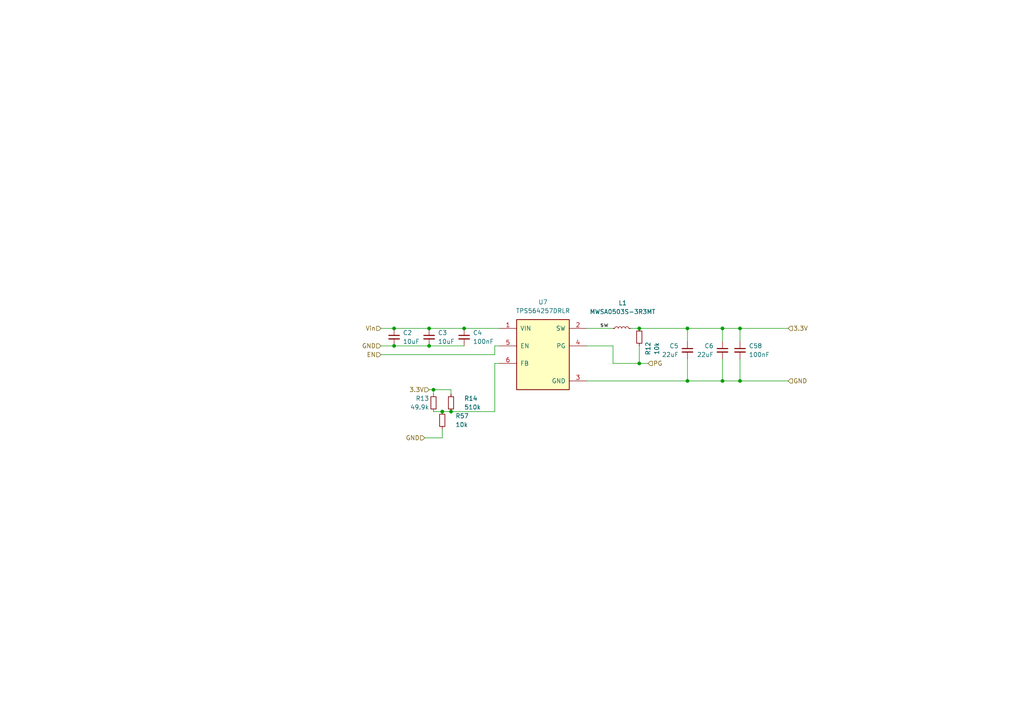
<source format=kicad_sch>
(kicad_sch (version 20250114) (generator "eeschema") (generator_version "9.0")
  (paper "A4")
  (lib_symbols
    (symbol "Device:C_Small" (pin_numbers (hide yes)) (pin_names (offset 0.254) (hide yes))
      (property "Reference" "C" (at 0.254 1.778 0))
      (property "Value" "C_Small" (at 0.254 -2.032 0))
      (symbol "C_Small_0_1"
        (polyline (pts (xy -1.524 0.508) (xy 1.524 0.508)) (stroke (width 0.3048)))
        (polyline (pts (xy -1.524 -0.508) (xy 1.524 -0.508)) (stroke (width 0.3302)))
      )
      (symbol "C_Small_1_1"
        (pin passive line (at 0 2.54 270) (length 2.032) (name "~") (number "1"))
        (pin passive line (at 0 -2.54 90) (length 2.032) (name "~") (number "2"))
      )
    )
    (symbol "Device:L_Small" (pin_numbers (hide yes)) (pin_names (offset 0.254) (hide yes))
      (property "Reference" "L" (at 0.762 1.016 0))
      (property "Value" "L_Small" (at 0.762 -1.016 0))
      (symbol "L_Small_0_1"
        (arc (start 0 2.032) (mid 0.5058 1.524) (end 0 1.016))
        (arc (start 0 1.016) (mid 0.5058 0.508) (end 0 0))
        (arc (start 0 0) (mid 0.5058 -0.508) (end 0 -1.016))
        (arc (start 0 -1.016) (mid 0.5058 -1.524) (end 0 -2.032))
      )
      (symbol "L_Small_1_1"
        (pin passive line (at 0 2.54 270) (length 0.508) (name "~") (number "1"))
        (pin passive line (at 0 -2.54 90) (length 0.508) (name "~") (number "2"))
      )
    )
    (symbol "Device:R_Small" (pin_numbers (hide yes)) (pin_names (offset 0.254) (hide yes))
      (property "Reference" "R" (at 0.762 0.508 0))
      (property "Value" "R_Small" (at 0.762 -1.016 0))
      (symbol "R_Small_0_1"
        (rectangle (start -0.762 1.778) (end 0.762 -1.778) (stroke (width 0.2032)))
      )
      (symbol "R_Small_1_1"
        (pin passive line (at 0 2.54 270) (length 0.762) (name "~") (number "1"))
        (pin passive line (at 0 -2.54 90) (length 0.762) (name "~") (number "2"))
      )
    )
    (symbol "TPS564257:TPS564257DRLR" (pin_names (offset 1.016))
      (property "Reference" "U" (at -7.62 12.7 0))
      (property "Value" "TPS564257DRLR" (at -7.62 -12.7 0))
      (symbol "TPS564257DRLR_0_0"
        (rectangle (start -7.62 10.16) (end 7.62 -10.16) (stroke (width 0.254)) (fill (type background)))
        (pin power_in line (at -12.7 7.62 0) (length 5.08) (name "VIN") (number "1"))
        (pin input line (at -12.7 2.54 0) (length 5.08) (name "EN") (number "5"))
        (pin input line (at -12.7 -2.54 0) (length 5.08) (name "FB") (number "6"))
        (pin power_in line (at 12.7 7.62 180) (length 5.08) (name "SW") (number "2"))
        (pin output line (at 12.7 2.54 180) (length 5.08) (name "PG") (number "4"))
        (pin power_in line (at 12.7 -7.62 180) (length 5.08) (name "GND") (number "3"))
      )
    )
  )
  (junction (at 134.62 95.25))
  (junction (at 114.3 95.25))
  (junction (at 214.63 110.49))
  (junction (at 125.73 113.03))
  (junction (at 199.39 110.49))
  (junction (at 124.46 100.33))
  (junction (at 209.55 95.25))
  (junction (at 114.3 100.33))
  (junction (at 185.42 95.25))
  (junction (at 209.55 110.49))
  (junction (at 214.63 95.25))
  (junction (at 185.42 105.41))
  (junction (at 124.46 95.25))
  (junction (at 199.39 95.25))
  (junction (at 128.27 119.38))
  (junction (at 130.81 119.38))
  (wire (pts (xy 143.51 105.41) (xy 144.78 105.41)))
  (wire (pts (xy 128.27 127) (xy 128.27 124.46)))
  (wire (pts (xy 214.63 95.25) (xy 214.63 99.06)))
  (wire (pts (xy 143.51 119.38) (xy 143.51 105.41)))
  (wire (pts (xy 209.55 95.25) (xy 214.63 95.25)))
  (wire (pts (xy 185.42 105.41) (xy 185.42 100.33)))
  (wire (pts (xy 185.42 95.25) (xy 199.39 95.25)))
  (wire (pts (xy 124.46 95.25) (xy 134.62 95.25)))
  (wire (pts (xy 130.81 113.03) (xy 125.73 113.03)))
  (wire (pts (xy 214.63 95.25) (xy 228.6 95.25)))
  (wire (pts (xy 177.8 105.41) (xy 177.8 100.33)))
  (wire (pts (xy 199.39 110.49) (xy 209.55 110.49)))
  (wire (pts (xy 110.49 100.33) (xy 114.3 100.33)))
  (wire (pts (xy 114.3 100.33) (xy 124.46 100.33)))
  (wire (pts (xy 125.73 119.38) (xy 128.27 119.38)))
  (wire (pts (xy 110.49 95.25) (xy 114.3 95.25)))
  (wire (pts (xy 130.81 114.3) (xy 130.81 113.03)))
  (wire (pts (xy 170.18 100.33) (xy 177.8 100.33)))
  (wire (pts (xy 209.55 95.25) (xy 209.55 99.06)))
  (wire (pts (xy 124.46 100.33) (xy 134.62 100.33)))
  (wire (pts (xy 199.39 95.25) (xy 199.39 99.06)))
  (wire (pts (xy 170.18 110.49) (xy 199.39 110.49)))
  (wire (pts (xy 125.73 113.03) (xy 125.73 114.3)))
  (wire (pts (xy 170.18 95.25) (xy 177.8 95.25)))
  (wire (pts (xy 123.19 127) (xy 128.27 127)))
  (wire (pts (xy 124.46 113.03) (xy 125.73 113.03)))
  (wire (pts (xy 143.51 100.33) (xy 143.51 102.87)))
  (wire (pts (xy 199.39 104.14) (xy 199.39 110.49)))
  (wire (pts (xy 214.63 104.14) (xy 214.63 110.49)))
  (wire (pts (xy 143.51 102.87) (xy 110.49 102.87)))
  (wire (pts (xy 134.62 95.25) (xy 144.78 95.25)))
  (wire (pts (xy 128.27 119.38) (xy 130.81 119.38)))
  (wire (pts (xy 182.88 95.25) (xy 185.42 95.25)))
  (wire (pts (xy 144.78 100.33) (xy 143.51 100.33)))
  (wire (pts (xy 209.55 104.14) (xy 209.55 110.49)))
  (wire (pts (xy 199.39 95.25) (xy 209.55 95.25)))
  (wire (pts (xy 214.63 110.49) (xy 228.6 110.49)))
  (wire (pts (xy 114.3 95.25) (xy 124.46 95.25)))
  (wire (pts (xy 185.42 105.41) (xy 177.8 105.41)))
  (wire (pts (xy 209.55 110.49) (xy 214.63 110.49)))
  (wire (pts (xy 130.81 119.38) (xy 143.51 119.38)))
  (wire (pts (xy 187.96 105.41) (xy 185.42 105.41)))
  (label "sw" (at 173.99 95.25 0))
  (hierarchical_label "3.3V" (shape input) (at 228.6 95.25 0))
  (hierarchical_label "GND" (shape input) (at 228.6 110.49 0))
  (hierarchical_label "GND" (shape input) (at 123.19 127 180))
  (hierarchical_label "GND" (shape input) (at 110.49 100.33 180))
  (hierarchical_label "3.3V" (shape input) (at 124.46 113.03 180))
  (hierarchical_label "Vin" (shape input) (at 110.49 95.25 180))
  (hierarchical_label "EN" (shape input) (at 110.49 102.87 180))
  (hierarchical_label "PG" (shape input) (at 187.96 105.41 0))
  (symbol (lib_id "Device:C_Small") (at 214.63 101.6 0) (unit 1)
    (property "Reference" "C58" (at 217.17 100.3362 0) (effects (justify left)))
    (property "Value" "100nF" (at 217.17 102.8762 0) (effects (justify left)))
    (property "Footprint" "Capacitor_SMD:C_0402_1005Metric" (effects (hide yes)))
    (property "Description" "Unpolarized capacitor, small symbol" (effects (hide yes)))
    (property "lcsc" "C307331" (effects (hide yes)))
  )
  (symbol (lib_id "Device:C_Small") (at 209.55 101.6 0) (unit 1)
    (property "Reference" "C6" (at 207.01 100.3362 0) (effects (justify right)))
    (property "Value" "22uF" (at 207.01 102.8762 0) (effects (justify right)))
    (property "Footprint" "Capacitor_SMD:C_0603_1608Metric" (effects (hide yes)))
    (property "Description" "Unpolarized capacitor, small symbol" (effects (hide yes)))
    (property "lcsc" "C59461" (effects (hide yes)))
  )
  (symbol (lib_id "Device:R_Small") (at 125.73 116.84 180) (unit 1)
    (property "Reference" "R13" (at 124.46 115.5699 0) (effects (justify left)))
    (property "Value" "49.9k" (at 124.46 118.1099 0) (effects (justify left)))
    (property "Footprint" "Resistor_SMD:R_0402_1005Metric" (effects (hide yes)))
    (property "Description" "Resistor, small symbol" (effects (hide yes)))
    (property "lcsc" "C25897" (effects (hide yes)))
  )
  (symbol (lib_id "Device:C_Small") (at 124.46 97.79 0) (unit 1)
    (property "Reference" "C3" (at 127 96.5262 0) (effects (justify left)))
    (property "Value" "10uF" (at 127 99.0662 0) (effects (justify left)))
    (property "Footprint" "Capacitor_SMD:C_0603_1608Metric" (effects (hide yes)))
    (property "Description" "Unpolarized capacitor, small symbol" (effects (hide yes)))
    (property "lcsc" "C96446" (effects (hide yes)))
  )
  (symbol (lib_id "Device:R_Small") (at 128.27 121.92 180) (unit 1)
    (property "Reference" "R57" (at 132.08 120.6499 0) (effects (justify right)))
    (property "Value" "10k" (at 132.08 123.1899 0) (effects (justify right)))
    (property "Footprint" "Resistor_SMD:R_0402_1005Metric" (effects (hide yes)))
    (property "Description" "Resistor, small symbol" (effects (hide yes)))
    (property "lcsc" "C25744" (effects (hide yes)))
  )
  (symbol (lib_id "Device:L_Small") (at 180.34 95.25 90) (unit 1)
    (property "Reference" "L1" (at 180.594 87.884 90))
    (property "Value" "MWSA0503S-3R3MT" (at 180.594 90.424 90))
    (property "Footprint" "Inductor_SMD:L_Sunlord_MWSA0503S" (effects (hide yes)))
    (property "Description" "Inductor, small symbol" (effects (hide yes)))
    (property "lcsc" "C408409" (effects (hide yes)))
  )
  (symbol (lib_id "TPS564257:TPS564257DRLR") (at 157.48 102.87 0) (unit 1)
    (property "Reference" "U7" (at 157.48 87.63 0))
    (property "Value" "TPS564257DRLR" (at 157.48 90.17 0))
    (property "Footprint" "Package_TO_SOT_SMD:SOT-563" (effects (hide yes)))
    (property "MF" "Texas Instruments" (effects (hide yes)))
    (property "MAXIMUM_PACKAGE_HEIGHT" "0.60mm" (effects (hide yes)))
    (property "Package" "SOT-5X3-6 Texas Instruments" (effects (hide yes)))
    (property "Price" "None" (effects (hide yes)))
    (property "Check_prices" "https://www.snapeda.com/parts/TPS564257DRLR/Texas+Instruments/view-part/?ref=eda" (effects (hide yes)))
    (property "STANDARD" "IPC-7351B" (effects (hide yes)))
    (property "PARTREV" "A" (effects (hide yes)))
    (property "SnapEDA_Link" "https://www.snapeda.com/parts/TPS564257DRLR/Texas+Instruments/view-part/?ref=snap" (effects (hide yes)))
    (property "MP" "TPS564257DRLR" (effects (hide yes)))
    (property "Purchase-URL" "https://www.snapeda.com/api/url_track_click_mouser/?unipart_id=13767088&manufacturer=Texas Instruments&part_name=TPS564257DRLR&search_term=tps564257" (effects (hide yes)))
    (property "Description_1" "\n3-V to 17-V input voltage, 4-A FCCM mode, synchronous buck converter\n" (effects (hide yes)))
    (property "Availability" "In Stock" (effects (hide yes)))
    (property "MANUFACTURER" "Texas Instruments" (effects (hide yes)))
    (property "lcsc" "C19272233" (effects (hide yes)))
  )
  (symbol (lib_id "Device:C_Small") (at 114.3 97.79 0) (unit 1)
    (property "Reference" "C2" (at 116.84 96.5262 0) (effects (justify left)))
    (property "Value" "10uF" (at 116.84 99.0662 0) (effects (justify left)))
    (property "Footprint" "Capacitor_SMD:C_0603_1608Metric" (effects (hide yes)))
    (property "Description" "Unpolarized capacitor, small symbol" (effects (hide yes)))
    (property "lcsc" "C96446" (effects (hide yes)))
  )
  (symbol (lib_id "Device:R_Small") (at 130.81 116.84 180) (unit 1)
    (property "Reference" "R14" (at 134.62 115.5699 0) (effects (justify right)))
    (property "Value" "510k" (at 134.62 118.1099 0) (effects (justify right)))
    (property "Footprint" "Resistor_SMD:R_0402_1005Metric" (effects (hide yes)))
    (property "Description" "Resistor, small symbol" (effects (hide yes)))
    (property "lcsc" "C11616" (effects (hide yes)))
  )
  (symbol (lib_id "Device:C_Small") (at 134.62 97.79 0) (unit 1)
    (property "Reference" "C4" (at 137.16 96.5262 0) (effects (justify left)))
    (property "Value" "100nF" (at 137.16 99.0662 0) (effects (justify left)))
    (property "Footprint" "Capacitor_SMD:C_0402_1005Metric" (effects (hide yes)))
    (property "Description" "Unpolarized capacitor, small symbol" (effects (hide yes)))
    (property "lcsc" "C307331" (effects (hide yes)))
  )
  (symbol (lib_id "Device:R_Small") (at 185.42 97.79 180) (unit 1)
    (property "Reference" "R12" (at 187.96 101.092 90))
    (property "Value" "10k" (at 190.5 101.092 90))
    (property "Footprint" "Resistor_SMD:R_0402_1005Metric" (effects (hide yes)))
    (property "Description" "Resistor, small symbol" (effects (hide yes)))
    (property "lcsc" "C25744" (effects (hide yes)))
  )
  (symbol (lib_id "Device:C_Small") (at 199.39 101.6 0) (unit 1)
    (property "Reference" "C5" (at 196.85 100.3362 0) (effects (justify right)))
    (property "Value" "22uF" (at 196.85 102.8762 0) (effects (justify right)))
    (property "Footprint" "Capacitor_SMD:C_0603_1608Metric" (effects (hide yes)))
    (property "Description" "Unpolarized capacitor, small symbol" (effects (hide yes)))
    (property "lcsc" "C59461" (effects (hide yes)))
  )
)
</source>
